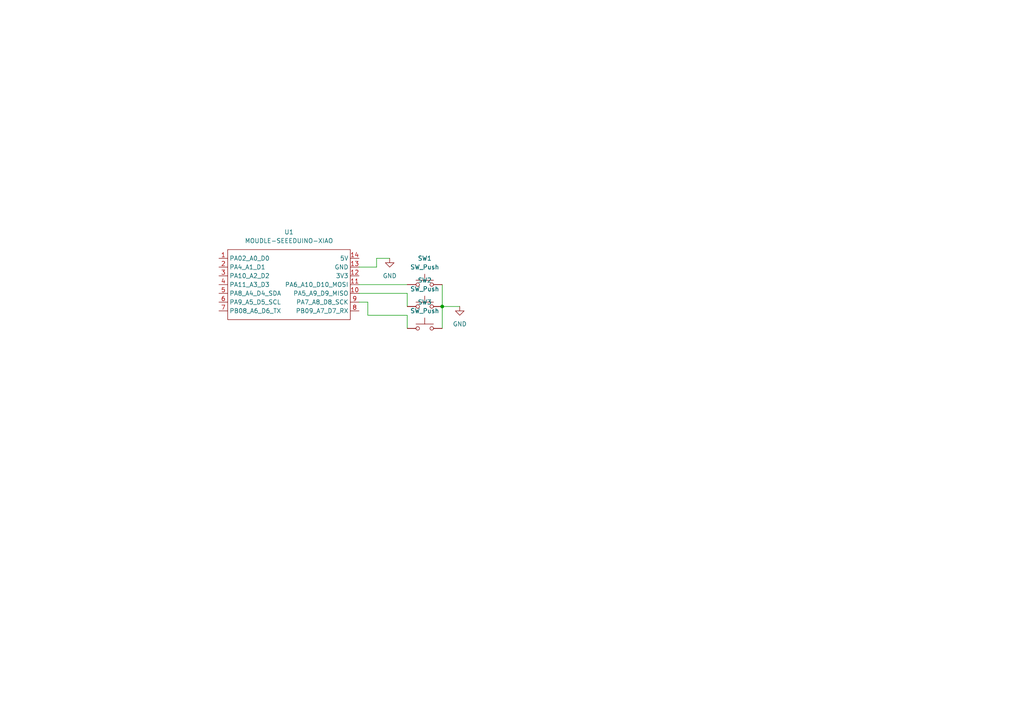
<source format=kicad_sch>
(kicad_sch
	(version 20250114)
	(generator "eeschema")
	(generator_version "9.0")
	(uuid "08bc2342-1e6e-4a40-b618-3de27d6ef180")
	(paper "A4")
	(lib_symbols
		(symbol "Switch:SW_Push"
			(pin_numbers
				(hide yes)
			)
			(pin_names
				(offset 1.016)
				(hide yes)
			)
			(exclude_from_sim no)
			(in_bom yes)
			(on_board yes)
			(property "Reference" "SW"
				(at 1.27 2.54 0)
				(effects
					(font
						(size 1.27 1.27)
					)
					(justify left)
				)
			)
			(property "Value" "SW_Push"
				(at 0 -1.524 0)
				(effects
					(font
						(size 1.27 1.27)
					)
				)
			)
			(property "Footprint" ""
				(at 0 5.08 0)
				(effects
					(font
						(size 1.27 1.27)
					)
					(hide yes)
				)
			)
			(property "Datasheet" "~"
				(at 0 5.08 0)
				(effects
					(font
						(size 1.27 1.27)
					)
					(hide yes)
				)
			)
			(property "Description" "Push button switch, generic, two pins"
				(at 0 0 0)
				(effects
					(font
						(size 1.27 1.27)
					)
					(hide yes)
				)
			)
			(property "ki_keywords" "switch normally-open pushbutton push-button"
				(at 0 0 0)
				(effects
					(font
						(size 1.27 1.27)
					)
					(hide yes)
				)
			)
			(symbol "SW_Push_0_1"
				(circle
					(center -2.032 0)
					(radius 0.508)
					(stroke
						(width 0)
						(type default)
					)
					(fill
						(type none)
					)
				)
				(polyline
					(pts
						(xy 0 1.27) (xy 0 3.048)
					)
					(stroke
						(width 0)
						(type default)
					)
					(fill
						(type none)
					)
				)
				(circle
					(center 2.032 0)
					(radius 0.508)
					(stroke
						(width 0)
						(type default)
					)
					(fill
						(type none)
					)
				)
				(polyline
					(pts
						(xy 2.54 1.27) (xy -2.54 1.27)
					)
					(stroke
						(width 0)
						(type default)
					)
					(fill
						(type none)
					)
				)
				(pin passive line
					(at -5.08 0 0)
					(length 2.54)
					(name "1"
						(effects
							(font
								(size 1.27 1.27)
							)
						)
					)
					(number "1"
						(effects
							(font
								(size 1.27 1.27)
							)
						)
					)
				)
				(pin passive line
					(at 5.08 0 180)
					(length 2.54)
					(name "2"
						(effects
							(font
								(size 1.27 1.27)
							)
						)
					)
					(number "2"
						(effects
							(font
								(size 1.27 1.27)
							)
						)
					)
				)
			)
			(embedded_fonts no)
		)
		(symbol "XIAO_RP2040:MOUDLE-SEEEDUINO-XIAO"
			(exclude_from_sim no)
			(in_bom yes)
			(on_board yes)
			(property "Reference" "U"
				(at -16.51 11.43 0)
				(effects
					(font
						(size 1.27 1.27)
					)
				)
			)
			(property "Value" "MOUDLE-SEEEDUINO-XIAO"
				(at -3.81 -11.43 0)
				(effects
					(font
						(size 1.27 1.27)
					)
				)
			)
			(property "Footprint" ""
				(at -16.51 2.54 0)
				(effects
					(font
						(size 1.27 1.27)
					)
					(hide yes)
				)
			)
			(property "Datasheet" ""
				(at -16.51 2.54 0)
				(effects
					(font
						(size 1.27 1.27)
					)
					(hide yes)
				)
			)
			(property "Description" ""
				(at 0 0 0)
				(effects
					(font
						(size 1.27 1.27)
					)
					(hide yes)
				)
			)
			(symbol "MOUDLE-SEEEDUINO-XIAO_0_1"
				(rectangle
					(start -16.51 10.16)
					(end 19.05 -10.16)
					(stroke
						(width 0)
						(type default)
					)
					(fill
						(type none)
					)
				)
			)
			(symbol "MOUDLE-SEEEDUINO-XIAO_1_1"
				(pin passive line
					(at -19.05 7.62 0)
					(length 2.54)
					(name "PA02_A0_D0"
						(effects
							(font
								(size 1.27 1.27)
							)
						)
					)
					(number "1"
						(effects
							(font
								(size 1.27 1.27)
							)
						)
					)
				)
				(pin passive line
					(at -19.05 5.08 0)
					(length 2.54)
					(name "PA4_A1_D1"
						(effects
							(font
								(size 1.27 1.27)
							)
						)
					)
					(number "2"
						(effects
							(font
								(size 1.27 1.27)
							)
						)
					)
				)
				(pin passive line
					(at -19.05 2.54 0)
					(length 2.54)
					(name "PA10_A2_D2"
						(effects
							(font
								(size 1.27 1.27)
							)
						)
					)
					(number "3"
						(effects
							(font
								(size 1.27 1.27)
							)
						)
					)
				)
				(pin passive line
					(at -19.05 0 0)
					(length 2.54)
					(name "PA11_A3_D3"
						(effects
							(font
								(size 1.27 1.27)
							)
						)
					)
					(number "4"
						(effects
							(font
								(size 1.27 1.27)
							)
						)
					)
				)
				(pin passive line
					(at -19.05 -2.54 0)
					(length 2.54)
					(name "PA8_A4_D4_SDA"
						(effects
							(font
								(size 1.27 1.27)
							)
						)
					)
					(number "5"
						(effects
							(font
								(size 1.27 1.27)
							)
						)
					)
				)
				(pin passive line
					(at -19.05 -5.08 0)
					(length 2.54)
					(name "PA9_A5_D5_SCL"
						(effects
							(font
								(size 1.27 1.27)
							)
						)
					)
					(number "6"
						(effects
							(font
								(size 1.27 1.27)
							)
						)
					)
				)
				(pin passive line
					(at -19.05 -7.62 0)
					(length 2.54)
					(name "PB08_A6_D6_TX"
						(effects
							(font
								(size 1.27 1.27)
							)
						)
					)
					(number "7"
						(effects
							(font
								(size 1.27 1.27)
							)
						)
					)
				)
				(pin passive line
					(at 21.59 7.62 180)
					(length 2.54)
					(name "5V"
						(effects
							(font
								(size 1.27 1.27)
							)
						)
					)
					(number "14"
						(effects
							(font
								(size 1.27 1.27)
							)
						)
					)
				)
				(pin passive line
					(at 21.59 5.08 180)
					(length 2.54)
					(name "GND"
						(effects
							(font
								(size 1.27 1.27)
							)
						)
					)
					(number "13"
						(effects
							(font
								(size 1.27 1.27)
							)
						)
					)
				)
				(pin passive line
					(at 21.59 2.54 180)
					(length 2.54)
					(name "3V3"
						(effects
							(font
								(size 1.27 1.27)
							)
						)
					)
					(number "12"
						(effects
							(font
								(size 1.27 1.27)
							)
						)
					)
				)
				(pin passive line
					(at 21.59 0 180)
					(length 2.54)
					(name "PA6_A10_D10_MOSI"
						(effects
							(font
								(size 1.27 1.27)
							)
						)
					)
					(number "11"
						(effects
							(font
								(size 1.27 1.27)
							)
						)
					)
				)
				(pin passive line
					(at 21.59 -2.54 180)
					(length 2.54)
					(name "PA5_A9_D9_MISO"
						(effects
							(font
								(size 1.27 1.27)
							)
						)
					)
					(number "10"
						(effects
							(font
								(size 1.27 1.27)
							)
						)
					)
				)
				(pin passive line
					(at 21.59 -5.08 180)
					(length 2.54)
					(name "PA7_A8_D8_SCK"
						(effects
							(font
								(size 1.27 1.27)
							)
						)
					)
					(number "9"
						(effects
							(font
								(size 1.27 1.27)
							)
						)
					)
				)
				(pin passive line
					(at 21.59 -7.62 180)
					(length 2.54)
					(name "PB09_A7_D7_RX"
						(effects
							(font
								(size 1.27 1.27)
							)
						)
					)
					(number "8"
						(effects
							(font
								(size 1.27 1.27)
							)
						)
					)
				)
			)
			(embedded_fonts no)
		)
		(symbol "power:GND"
			(power)
			(pin_numbers
				(hide yes)
			)
			(pin_names
				(offset 0)
				(hide yes)
			)
			(exclude_from_sim no)
			(in_bom yes)
			(on_board yes)
			(property "Reference" "#PWR"
				(at 0 -6.35 0)
				(effects
					(font
						(size 1.27 1.27)
					)
					(hide yes)
				)
			)
			(property "Value" "GND"
				(at 0 -3.81 0)
				(effects
					(font
						(size 1.27 1.27)
					)
				)
			)
			(property "Footprint" ""
				(at 0 0 0)
				(effects
					(font
						(size 1.27 1.27)
					)
					(hide yes)
				)
			)
			(property "Datasheet" ""
				(at 0 0 0)
				(effects
					(font
						(size 1.27 1.27)
					)
					(hide yes)
				)
			)
			(property "Description" "Power symbol creates a global label with name \"GND\" , ground"
				(at 0 0 0)
				(effects
					(font
						(size 1.27 1.27)
					)
					(hide yes)
				)
			)
			(property "ki_keywords" "global power"
				(at 0 0 0)
				(effects
					(font
						(size 1.27 1.27)
					)
					(hide yes)
				)
			)
			(symbol "GND_0_1"
				(polyline
					(pts
						(xy 0 0) (xy 0 -1.27) (xy 1.27 -1.27) (xy 0 -2.54) (xy -1.27 -1.27) (xy 0 -1.27)
					)
					(stroke
						(width 0)
						(type default)
					)
					(fill
						(type none)
					)
				)
			)
			(symbol "GND_1_1"
				(pin power_in line
					(at 0 0 270)
					(length 0)
					(name "~"
						(effects
							(font
								(size 1.27 1.27)
							)
						)
					)
					(number "1"
						(effects
							(font
								(size 1.27 1.27)
							)
						)
					)
				)
			)
			(embedded_fonts no)
		)
	)
	(junction
		(at 128.27 88.9)
		(diameter 0)
		(color 0 0 0 0)
		(uuid "9040f447-1d37-481a-b3ab-a83251eb01aa")
	)
	(wire
		(pts
			(xy 106.68 91.44) (xy 118.11 91.44)
		)
		(stroke
			(width 0)
			(type default)
		)
		(uuid "294c2381-93f4-4462-ad7a-0650d2a9bd3a")
	)
	(wire
		(pts
			(xy 104.14 82.55) (xy 118.11 82.55)
		)
		(stroke
			(width 0)
			(type default)
		)
		(uuid "2a1abc9f-852f-44a9-a1b5-45d8e962698d")
	)
	(wire
		(pts
			(xy 106.68 87.63) (xy 106.68 91.44)
		)
		(stroke
			(width 0)
			(type default)
		)
		(uuid "393f5b8c-bef6-4d91-99e4-865030950c51")
	)
	(wire
		(pts
			(xy 118.11 91.44) (xy 118.11 95.25)
		)
		(stroke
			(width 0)
			(type default)
		)
		(uuid "529ea2bc-54cd-4889-ac62-9e63dda083fe")
	)
	(wire
		(pts
			(xy 104.14 77.47) (xy 109.22 77.47)
		)
		(stroke
			(width 0)
			(type default)
		)
		(uuid "541061b0-c6d0-4be0-a9be-d1a0e9e22c1f")
	)
	(wire
		(pts
			(xy 128.27 88.9) (xy 133.35 88.9)
		)
		(stroke
			(width 0)
			(type default)
		)
		(uuid "5669b9bb-540b-4de0-8507-fb933204c3b2")
	)
	(wire
		(pts
			(xy 109.22 77.47) (xy 109.22 74.93)
		)
		(stroke
			(width 0)
			(type default)
		)
		(uuid "5ce62360-83ae-452c-8cb6-c386ae2f1960")
	)
	(wire
		(pts
			(xy 128.27 82.55) (xy 128.27 88.9)
		)
		(stroke
			(width 0)
			(type default)
		)
		(uuid "6657984a-3f69-4976-84e9-e968a1739205")
	)
	(wire
		(pts
			(xy 104.14 85.09) (xy 118.11 85.09)
		)
		(stroke
			(width 0)
			(type default)
		)
		(uuid "81131480-4666-4f10-9af5-dc05b2162957")
	)
	(wire
		(pts
			(xy 118.11 85.09) (xy 118.11 88.9)
		)
		(stroke
			(width 0)
			(type default)
		)
		(uuid "9e7686e8-358e-424b-aeac-2ef5fb0fdc27")
	)
	(wire
		(pts
			(xy 109.22 74.93) (xy 113.03 74.93)
		)
		(stroke
			(width 0)
			(type default)
		)
		(uuid "ab073c0e-0d1f-4c49-a258-96660814a8fa")
	)
	(wire
		(pts
			(xy 128.27 88.9) (xy 128.27 95.25)
		)
		(stroke
			(width 0)
			(type default)
		)
		(uuid "cdb1fcce-68ef-4471-aa69-f2e3de617701")
	)
	(wire
		(pts
			(xy 104.14 87.63) (xy 106.68 87.63)
		)
		(stroke
			(width 0)
			(type default)
		)
		(uuid "e93fa841-2b9a-4048-a2e5-bbd3dfa3d9f0")
	)
	(symbol
		(lib_id "XIAO_RP2040:MOUDLE-SEEEDUINO-XIAO")
		(at 82.55 82.55 0)
		(unit 1)
		(exclude_from_sim no)
		(in_bom yes)
		(on_board yes)
		(dnp no)
		(fields_autoplaced yes)
		(uuid "2347ce62-d921-4274-afe9-0f86e845bdcb")
		(property "Reference" "U1"
			(at 83.82 67.31 0)
			(effects
				(font
					(size 1.27 1.27)
				)
			)
		)
		(property "Value" "MOUDLE-SEEEDUINO-XIAO"
			(at 83.82 69.85 0)
			(effects
				(font
					(size 1.27 1.27)
				)
			)
		)
		(property "Footprint" "footprints:XIAO-Generic-Hybrid-14P-2.54-21X17.8MM"
			(at 66.04 80.01 0)
			(effects
				(font
					(size 1.27 1.27)
				)
				(hide yes)
			)
		)
		(property "Datasheet" ""
			(at 66.04 80.01 0)
			(effects
				(font
					(size 1.27 1.27)
				)
				(hide yes)
			)
		)
		(property "Description" ""
			(at 82.55 82.55 0)
			(effects
				(font
					(size 1.27 1.27)
				)
				(hide yes)
			)
		)
		(pin "2"
			(uuid "a9f758b7-be10-404c-91a1-e68ba5ffe66c")
		)
		(pin "6"
			(uuid "d6f28d79-02de-4504-86a1-8245bccfbfdc")
		)
		(pin "1"
			(uuid "70ba3035-b940-4e00-a361-28d4ff52feac")
		)
		(pin "3"
			(uuid "283cfd09-2402-4e8f-a264-31607bd616d7")
		)
		(pin "4"
			(uuid "4bc01934-c63b-4b71-8545-fb092f75c859")
		)
		(pin "5"
			(uuid "e3710623-aae4-4ec1-bd6b-47ece072960a")
		)
		(pin "9"
			(uuid "874a19b1-9b26-46e5-a16f-bff04ead666b")
		)
		(pin "13"
			(uuid "b7717692-b1b4-4eb0-b1ae-63017c862ba7")
		)
		(pin "11"
			(uuid "01c655fd-82cc-42cc-a480-52fe115162b5")
		)
		(pin "12"
			(uuid "f222d038-ae5a-4735-b44a-90e8de6f952a")
		)
		(pin "10"
			(uuid "35d93229-2448-4b8c-b8f4-21d442e2c7d7")
		)
		(pin "7"
			(uuid "99315a3e-f00d-4eda-84ea-054214e03f0d")
		)
		(pin "14"
			(uuid "b6ccd38a-0c39-48c2-881d-708904c0ccf5")
		)
		(pin "8"
			(uuid "5d252759-4b19-4202-84be-5ddc319dda7f")
		)
		(instances
			(project ""
				(path "/08bc2342-1e6e-4a40-b618-3de27d6ef180"
					(reference "U1")
					(unit 1)
				)
			)
		)
	)
	(symbol
		(lib_id "power:GND")
		(at 133.35 88.9 0)
		(unit 1)
		(exclude_from_sim no)
		(in_bom yes)
		(on_board yes)
		(dnp no)
		(fields_autoplaced yes)
		(uuid "31481a67-759a-4375-a737-add4b6309953")
		(property "Reference" "#PWR02"
			(at 133.35 95.25 0)
			(effects
				(font
					(size 1.27 1.27)
				)
				(hide yes)
			)
		)
		(property "Value" "GND"
			(at 133.35 93.98 0)
			(effects
				(font
					(size 1.27 1.27)
				)
			)
		)
		(property "Footprint" ""
			(at 133.35 88.9 0)
			(effects
				(font
					(size 1.27 1.27)
				)
				(hide yes)
			)
		)
		(property "Datasheet" ""
			(at 133.35 88.9 0)
			(effects
				(font
					(size 1.27 1.27)
				)
				(hide yes)
			)
		)
		(property "Description" "Power symbol creates a global label with name \"GND\" , ground"
			(at 133.35 88.9 0)
			(effects
				(font
					(size 1.27 1.27)
				)
				(hide yes)
			)
		)
		(pin "1"
			(uuid "c1cc922c-d5c8-4a19-9a8f-5de297d79c1a")
		)
		(instances
			(project ""
				(path "/08bc2342-1e6e-4a40-b618-3de27d6ef180"
					(reference "#PWR02")
					(unit 1)
				)
			)
		)
	)
	(symbol
		(lib_id "Switch:SW_Push")
		(at 123.19 88.9 0)
		(unit 1)
		(exclude_from_sim no)
		(in_bom yes)
		(on_board yes)
		(dnp no)
		(fields_autoplaced yes)
		(uuid "51380133-1594-4c17-9ed9-8df77e97a94e")
		(property "Reference" "SW2"
			(at 123.19 81.28 0)
			(effects
				(font
					(size 1.27 1.27)
				)
			)
		)
		(property "Value" "SW_Push"
			(at 123.19 83.82 0)
			(effects
				(font
					(size 1.27 1.27)
				)
			)
		)
		(property "Footprint" "Button_Switch_Keyboard:SW_Cherry_MX_1.00u_PCB"
			(at 123.19 83.82 0)
			(effects
				(font
					(size 1.27 1.27)
				)
				(hide yes)
			)
		)
		(property "Datasheet" "~"
			(at 123.19 83.82 0)
			(effects
				(font
					(size 1.27 1.27)
				)
				(hide yes)
			)
		)
		(property "Description" "Push button switch, generic, two pins"
			(at 123.19 88.9 0)
			(effects
				(font
					(size 1.27 1.27)
				)
				(hide yes)
			)
		)
		(pin "1"
			(uuid "fb2a0f3d-16ed-4f0a-b932-bc6a27ab5b68")
		)
		(pin "2"
			(uuid "7ca447e9-e0a7-43d5-a597-90fffba2e5e9")
		)
		(instances
			(project "AndreMacropad"
				(path "/08bc2342-1e6e-4a40-b618-3de27d6ef180"
					(reference "SW2")
					(unit 1)
				)
			)
		)
	)
	(symbol
		(lib_id "Switch:SW_Push")
		(at 123.19 82.55 0)
		(unit 1)
		(exclude_from_sim no)
		(in_bom yes)
		(on_board yes)
		(dnp no)
		(fields_autoplaced yes)
		(uuid "9726f6f5-763f-4a67-a7af-ee8a5b87699b")
		(property "Reference" "SW1"
			(at 123.19 74.93 0)
			(effects
				(font
					(size 1.27 1.27)
				)
			)
		)
		(property "Value" "SW_Push"
			(at 123.19 77.47 0)
			(effects
				(font
					(size 1.27 1.27)
				)
			)
		)
		(property "Footprint" "Button_Switch_Keyboard:SW_Cherry_MX_1.00u_PCB"
			(at 123.19 77.47 0)
			(effects
				(font
					(size 1.27 1.27)
				)
				(hide yes)
			)
		)
		(property "Datasheet" "~"
			(at 123.19 77.47 0)
			(effects
				(font
					(size 1.27 1.27)
				)
				(hide yes)
			)
		)
		(property "Description" "Push button switch, generic, two pins"
			(at 123.19 82.55 0)
			(effects
				(font
					(size 1.27 1.27)
				)
				(hide yes)
			)
		)
		(pin "1"
			(uuid "bf37d5f5-de18-42b5-827c-e1e0255ae181")
		)
		(pin "2"
			(uuid "974ddddb-5fba-409f-bcee-3208164587a8")
		)
		(instances
			(project ""
				(path "/08bc2342-1e6e-4a40-b618-3de27d6ef180"
					(reference "SW1")
					(unit 1)
				)
			)
		)
	)
	(symbol
		(lib_id "power:GND")
		(at 113.03 74.93 0)
		(unit 1)
		(exclude_from_sim no)
		(in_bom yes)
		(on_board yes)
		(dnp no)
		(fields_autoplaced yes)
		(uuid "baa64220-8273-4896-b0b1-d8ea38f3b5e6")
		(property "Reference" "#PWR01"
			(at 113.03 81.28 0)
			(effects
				(font
					(size 1.27 1.27)
				)
				(hide yes)
			)
		)
		(property "Value" "GND"
			(at 113.03 80.01 0)
			(effects
				(font
					(size 1.27 1.27)
				)
			)
		)
		(property "Footprint" ""
			(at 113.03 74.93 0)
			(effects
				(font
					(size 1.27 1.27)
				)
				(hide yes)
			)
		)
		(property "Datasheet" ""
			(at 113.03 74.93 0)
			(effects
				(font
					(size 1.27 1.27)
				)
				(hide yes)
			)
		)
		(property "Description" "Power symbol creates a global label with name \"GND\" , ground"
			(at 113.03 74.93 0)
			(effects
				(font
					(size 1.27 1.27)
				)
				(hide yes)
			)
		)
		(pin "1"
			(uuid "ee469556-1ef9-4fc8-95fb-e6cd46f3eaa9")
		)
		(instances
			(project ""
				(path "/08bc2342-1e6e-4a40-b618-3de27d6ef180"
					(reference "#PWR01")
					(unit 1)
				)
			)
		)
	)
	(symbol
		(lib_id "Switch:SW_Push")
		(at 123.19 95.25 0)
		(unit 1)
		(exclude_from_sim no)
		(in_bom yes)
		(on_board yes)
		(dnp no)
		(fields_autoplaced yes)
		(uuid "d3ee2541-d2af-4dd2-ae86-fb1fd3da606f")
		(property "Reference" "SW3"
			(at 123.19 87.63 0)
			(effects
				(font
					(size 1.27 1.27)
				)
			)
		)
		(property "Value" "SW_Push"
			(at 123.19 90.17 0)
			(effects
				(font
					(size 1.27 1.27)
				)
			)
		)
		(property "Footprint" "Button_Switch_Keyboard:SW_Cherry_MX_1.00u_PCB"
			(at 123.19 90.17 0)
			(effects
				(font
					(size 1.27 1.27)
				)
				(hide yes)
			)
		)
		(property "Datasheet" "~"
			(at 123.19 90.17 0)
			(effects
				(font
					(size 1.27 1.27)
				)
				(hide yes)
			)
		)
		(property "Description" "Push button switch, generic, two pins"
			(at 123.19 95.25 0)
			(effects
				(font
					(size 1.27 1.27)
				)
				(hide yes)
			)
		)
		(pin "1"
			(uuid "b4430d24-51a1-4f4e-bf39-7be5ad5c2f6a")
		)
		(pin "2"
			(uuid "1bde3bdc-6ab6-48e0-bc27-5d8e6cb7e1aa")
		)
		(instances
			(project "AndreMacropad"
				(path "/08bc2342-1e6e-4a40-b618-3de27d6ef180"
					(reference "SW3")
					(unit 1)
				)
			)
		)
	)
	(sheet_instances
		(path "/"
			(page "1")
		)
	)
	(embedded_fonts no)
)

</source>
